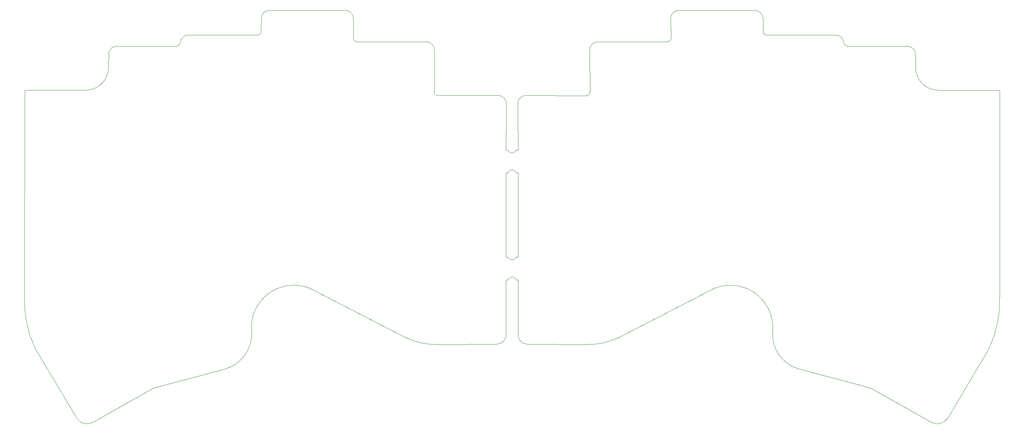
<source format=gbr>
%TF.GenerationSoftware,KiCad,Pcbnew,(6.0.6)*%
%TF.CreationDate,2022-12-06T20:45:46-06:00*%
%TF.ProjectId,roadrunner,726f6164-7275-46e6-9e65-722e6b696361,rev?*%
%TF.SameCoordinates,Original*%
%TF.FileFunction,Paste,Top*%
%TF.FilePolarity,Positive*%
%FSLAX46Y46*%
G04 Gerber Fmt 4.6, Leading zero omitted, Abs format (unit mm)*
G04 Created by KiCad (PCBNEW (6.0.6)) date 2022-12-06 20:45:46*
%MOMM*%
%LPD*%
G01*
G04 APERTURE LIST*
%TA.AperFunction,Profile*%
%ADD10C,0.050000*%
%TD*%
%TA.AperFunction,Profile*%
%ADD11C,0.100000*%
%TD*%
G04 APERTURE END LIST*
D10*
X150611500Y-64798000D02*
X150222000Y-64798000D01*
D11*
X241367578Y-38328123D02*
X241388045Y-41395419D01*
X231322000Y-112706000D02*
X215352000Y-108516000D01*
X186138747Y-35580174D02*
G75*
G03*
X186908747Y-34743691I-16547J787874D01*
G01*
X209541976Y-100305999D02*
G75*
G03*
X215352000Y-108516000I8093824J-433001D01*
G01*
X225425522Y-35841152D02*
G75*
G03*
X226262000Y-36596000I833778J83052D01*
G01*
X168888600Y-46747500D02*
X168857152Y-37466000D01*
X244952000Y-120456000D02*
X231322000Y-112706000D01*
X134990000Y-103040000D02*
X148180000Y-103020000D01*
X97606622Y-28585523D02*
X114514848Y-28586476D01*
D10*
X241388099Y-41395418D02*
G75*
G03*
X246505730Y-46396000I5059101J58518D01*
G01*
D11*
X97606621Y-28585544D02*
G75*
G03*
X95726622Y-30325523I-56621J-1824456D01*
G01*
X168118601Y-47584025D02*
G75*
G03*
X168888600Y-46747500I-16601J787925D01*
G01*
X208255905Y-34084254D02*
X223545524Y-34101152D01*
D10*
X43042001Y-92484000D02*
G75*
G03*
X45410000Y-103940000I24422759J-924460D01*
G01*
X152516499Y-64798001D02*
G75*
G03*
X150611501Y-64798000I-952499J-380999D01*
G01*
X56626270Y-46390005D02*
G75*
G03*
X61743955Y-41389419I58550J5059135D01*
G01*
D11*
X76870000Y-36589998D02*
G75*
G03*
X77706476Y-35835152I2700J837898D01*
G01*
X152861397Y-49422011D02*
X152856055Y-51234702D01*
D10*
X257722001Y-103946000D02*
G75*
G03*
X260090000Y-92490000I-22054761J10531540D01*
G01*
D11*
X116223260Y-34737691D02*
G75*
G03*
X116993253Y-35574167I786540J-48609D01*
G01*
D10*
X56626270Y-46390000D02*
X43056000Y-46390000D01*
D11*
X87780000Y-108510000D02*
X71810000Y-112700000D01*
X168142000Y-103045995D02*
G75*
G03*
X175042000Y-101616000I685800J14052795D01*
G01*
X63644421Y-36582144D02*
G75*
G03*
X61764422Y-38322123I-56621J-1824456D01*
G01*
X79586478Y-34095099D02*
G75*
G03*
X77706476Y-35835152I-56578J-1824501D01*
G01*
X134274827Y-37460000D02*
G75*
G03*
X132534848Y-35596476I-1824427J40600D01*
G01*
X79586476Y-34095152D02*
X94876095Y-34078254D01*
D10*
X152894493Y-100501022D02*
X152910000Y-88680000D01*
X248372000Y-119676000D02*
X257722000Y-103946000D01*
X152770500Y-88674000D02*
X152516500Y-88674000D01*
D11*
X134243449Y-46741503D02*
G75*
G03*
X135013400Y-47577976I786551J-48597D01*
G01*
X128090000Y-101610000D02*
X106780000Y-90650000D01*
X94876096Y-34078245D02*
G75*
G03*
X95712571Y-33308254I48604J786545D01*
G01*
X134274848Y-37460000D02*
X134243400Y-46741500D01*
X225425471Y-35841154D02*
G75*
G03*
X223545524Y-34101152I-1823371J-84446D01*
G01*
D10*
X152834000Y-59718000D02*
X152516500Y-59718000D01*
D11*
X150270519Y-49416009D02*
G75*
G03*
X148530603Y-47552487I-1824419J40609D01*
G01*
D10*
X152910000Y-59724000D02*
X152856055Y-51234702D01*
D11*
X186908747Y-34743691D02*
X186877152Y-30472476D01*
D10*
X152910000Y-88680000D02*
X152770500Y-88674000D01*
D11*
X207405378Y-30331523D02*
X207419429Y-33314254D01*
X207405399Y-30331522D02*
G75*
G03*
X205525378Y-28591523I-1823399J-84478D01*
G01*
D10*
X152910000Y-59724000D02*
X152834000Y-59718000D01*
X150611500Y-88674000D02*
X150222000Y-88674000D01*
X152834000Y-64798000D02*
X152516500Y-64798000D01*
D11*
X148180000Y-103019994D02*
G75*
G03*
X150237507Y-100495022I-66900J2155294D01*
G01*
X244952000Y-120456000D02*
G75*
G03*
X248372000Y-119676000I1262800J2350800D01*
G01*
X170597151Y-35602455D02*
G75*
G03*
X168857152Y-37466000I84449J-1822945D01*
G01*
X188617154Y-28592529D02*
G75*
G03*
X186877152Y-30472476I84446J-1823371D01*
G01*
D10*
X260076000Y-46396000D02*
X246505730Y-46396000D01*
D11*
X76870000Y-36590000D02*
X63644422Y-36582123D01*
X154601397Y-47558487D02*
X168118600Y-47583976D01*
D10*
X150222000Y-64798000D02*
X150222000Y-83594000D01*
D11*
X54760000Y-119670000D02*
G75*
G03*
X58180000Y-120450000I2157200J1570800D01*
G01*
X209542081Y-100306009D02*
G75*
G03*
X196352000Y-90656000I-9397181J994909D01*
G01*
D10*
X150611501Y-83593999D02*
G75*
G03*
X152516499Y-83594000I952499J380999D01*
G01*
X150275945Y-51228702D02*
X150222000Y-59718000D01*
D11*
X239487578Y-36588123D02*
X226262000Y-36596000D01*
X116254901Y-30466478D02*
G75*
G03*
X114514848Y-28586476I-1824501J56578D01*
G01*
D10*
X150222000Y-88674000D02*
X150237507Y-100495022D01*
X150611501Y-59717999D02*
G75*
G03*
X152516499Y-59718000I952499J380999D01*
G01*
X152910000Y-83600000D02*
X152910000Y-64804000D01*
X43056000Y-46390000D02*
X43042000Y-92484000D01*
D11*
X116993253Y-35574167D02*
X132534848Y-35596476D01*
X106780002Y-90649995D02*
G75*
G03*
X93590000Y-100300000I-3792862J-8655075D01*
G01*
D10*
X150611500Y-83594000D02*
X150222000Y-83594000D01*
D11*
X188617152Y-28592476D02*
X205525378Y-28591523D01*
X61743955Y-41389419D02*
X61764422Y-38322123D01*
X241367599Y-38328122D02*
G75*
G03*
X239487578Y-36588123I-1823399J-84478D01*
G01*
D10*
X152910000Y-64804000D02*
X152834000Y-64798000D01*
D11*
X154952000Y-103026000D02*
X168142000Y-103046000D01*
D10*
X260090000Y-92490000D02*
X260076000Y-46396000D01*
D11*
X154601393Y-47558403D02*
G75*
G03*
X152861397Y-49422011I84507J-1822997D01*
G01*
X116254848Y-30466476D02*
X116223253Y-34737691D01*
X135013400Y-47577976D02*
X148530603Y-47552487D01*
X207419420Y-33314254D02*
G75*
G03*
X208255905Y-34084254I787880J16554D01*
G01*
X150275945Y-51228702D02*
X150270603Y-49416011D01*
X87779993Y-108509977D02*
G75*
G03*
X93590000Y-100300000I-2283793J7776977D01*
G01*
X196352000Y-90656000D02*
X175042000Y-101616000D01*
D10*
X152834000Y-83594000D02*
X152516500Y-83594000D01*
D11*
X128090007Y-101609986D02*
G75*
G03*
X134990000Y-103040000I6214193J12622586D01*
G01*
D10*
X45410000Y-103940000D02*
X54760000Y-119670000D01*
D11*
X95712571Y-33308254D02*
X95726622Y-30325523D01*
X71810000Y-112700000D02*
X58180000Y-120450000D01*
D10*
X152516499Y-88674001D02*
G75*
G03*
X150611501Y-88674000I-952499J-380999D01*
G01*
X150611500Y-59718000D02*
X150222000Y-59718000D01*
X152910000Y-83600000D02*
X152834000Y-83594000D01*
D11*
X170597152Y-35602476D02*
X186138747Y-35580167D01*
X152894487Y-100501021D02*
G75*
G03*
X154952000Y-103026000I2124413J-369679D01*
G01*
M02*

</source>
